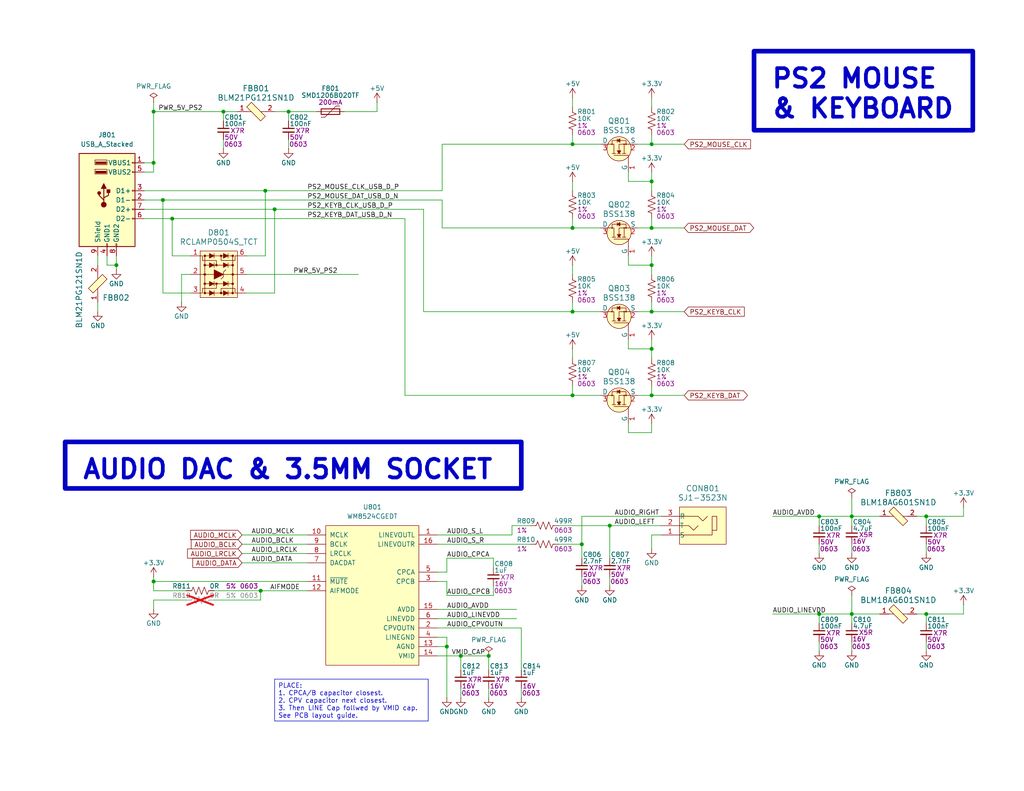
<source format=kicad_sch>
(kicad_sch (version 20231120) (generator "eeschema") (generator_version "8.0")
  (paper "A")
  (title_block (title "PETER") (date "2024-07-29") (rev "0.0") (company "Denno Wiggle") (comment 1 "Audio DAC and PS2 Keyboard & Mouse Interface."))
  (lib_symbols
    (symbol "BSS138_2" (pin_names (offset 0))
      (property "Reference" "Q" (at -2.6924 3.6322 0))
      (property "Value" "BSS138" (at 3.4544 0 90))
      (symbol "BSS138_2_1_1"
        (pin input line (at -7.62 -2.54 0) (length 2.54) (name "G") (number "1"))
        (pin bidirectional line (at 0 -5.08 90) (length 2.54) (name "S") (number "2"))
        (pin bidirectional line (at 0 5.08 270) (length 2.54) (name "D") (number "3"))
      )
    )
    (symbol "Connector:USB_A_Stacked" (pin_names (offset 1.016))
      (property "Reference" "J" (at 0 15.875 0))
      (property "Value" "USB_A_Stacked" (at 0 13.97 0))
      (symbol "USB_A_Stacked_1_1"
        (pin power_in line (at 10.16 10.16 180) (length 2.54) (name "VBUS1") (number "1"))
        (pin bidirectional line (at 10.16 0 180) (length 2.54) (name "D1-") (number "2"))
        (pin bidirectional line (at 10.16 2.54 180) (length 2.54) (name "D1+") (number "3"))
        (pin power_in line (at 0 -15.24 90) (length 2.54) (name "GND1") (number "4"))
        (pin power_in line (at 10.16 7.62 180) (length 2.54) (name "VBUS2") (number "5"))
        (pin bidirectional line (at 10.16 -5.08 180) (length 2.54) (name "D2-") (number "6"))
        (pin bidirectional line (at 10.16 -2.54 180) (length 2.54) (name "D2+") (number "7"))
        (pin power_in line (at 2.54 -15.24 90) (length 2.54) (name "GND2") (number "8"))
        (pin passive line (at -2.54 -15.24 90) (length 2.54) (name "Shield") (number "9"))
      )
    )
    (symbol "Device:Polyfuse" (pin_numbers hide) (pin_names (offset 0))
      (property "Reference" "F" (at -2.54 0 90))
      (property "Value" "Polyfuse" (at 2.54 0 90))
      (symbol "Polyfuse_1_1"
        (pin passive line (at 0 3.81 270) (length 1.27) (name "~") (number "1"))
        (pin passive line (at 0 -3.81 90) (length 1.27) (name "~") (number "2"))
      )
    )
    (symbol "WTM:C_100nF_X7R_16V_0805H" (pin_numbers hide) (pin_names (offset 0) hide)
      (property "Reference" "C" (at 0.254 3.556 0))
      (property "Value" "100nF" (at 0.254 1.778 0))
      (property "Dielectric" "X7R" (at 1.905 -0.127 0))
      (property "Voltage" "16V" (at 0.254 -1.905 0))
      (property "Footprint2" "0805H" (at 0.127 -3.81 0))
      (symbol "C_100nF_X7R_16V_0805H_1_1"
        (pin passive line (at 0 2.54 270) (length 2.032) (name "~") (number "1"))
        (pin passive line (at 0 -2.54 90) (length 2.032) (name "~") (number "2"))
      )
    )
    (symbol "WTM:C_10uF_X5R_16V_0805H" (pin_numbers hide) (pin_names (offset 0.254) hide)
      (property "Reference" "C206" (at 0.254 3.556 0))
      (property "Value" "10uF" (at 0.254 1.778 0))
      (property "Dielectric" "X5R" (at 1.905 0.762 0))
      (property "Voltage" "16V" (at 0.127 -1.016 0))
      (property "Footprint2" "0805H" (at 3.302 -3.81 0))
      (symbol "C_10uF_X5R_16V_0805H_1_1"
        (pin passive line (at 0 2.54 270) (length 2.032) (name "~") (number "1"))
        (pin passive line (at 0 -2.54 90) (length 2.032) (name "~") (number "2"))
      )
    )
    (symbol "WTM:RCLAMP0504S_TCT" (pin_names (offset 1.016))
      (property "Reference" "D1001" (at 0 11.43 0))
      (property "Value" "RCLAMP0504S_TCT" (at 0 8.89 0))
      (symbol "RCLAMP0504S_TCT_1_1"
        (pin passive line (at -7.62 5.08 0) (length 2.54) (name "~") (number "1"))
        (pin passive line (at -7.62 0 0) (length 2.54) (name "~") (number "2"))
        (pin passive line (at -7.62 -5.08 0) (length 2.54) (name "~") (number "3"))
        (pin passive line (at 7.62 -5.08 180) (length 2.54) (name "~") (number "4"))
        (pin passive line (at 7.62 0 180) (length 2.54) (name "~") (number "5"))
        (pin passive line (at 7.62 5.08 180) (length 2.54) (name "~") (number "6"))
      )
    )
    (symbol "WTM:R_10K_5%_0805H" (pin_numbers hide) (pin_names (offset 0))
      (property "Reference" "R515" (at 1.27 2.54 0))
      (property "Value" "10K" (at 1.27 0.635 0))
      (property "Tolerance" "5%" (at 1.27 -1.27 0))
      (property "Footprint2" "0805H" (at 0 -3.175 0))
      (symbol "R_10K_5%_0805H_1_1"
        (pin passive line (at 0 3.81 270) (length 1.27) (name "~") (number "1"))
        (pin passive line (at 0 -3.81 90) (length 1.27) (name "~") (number "2"))
      )
    )
    (symbol "WTM:R_33R_5%_0805H_Horizontal1" (pin_numbers hide) (pin_names (offset 0))
      (property "Reference" "R" (at -7.62 1.27 0))
      (property "Value" "33R" (at 2.54 1.27 0))
      (property "Tolerance" "5%" (at 2.54 -1.27 0))
      (property "Footprint2" "0805H" (at -8.89 -1.27 0))
      (symbol "R_33R_5%_0805H_Horizontal1_1_1"
        (pin passive line (at -3.81 0 0) (length 1.27) (name "~") (number "1"))
        (pin passive line (at 3.81 0 180) (length 1.27) (name "~") (number "2"))
      )
    )
    (symbol "WTM:WM8524CGEDT" (pin_names (offset 1.016))
      (property "Reference" "U601" (at 0 3.175 0))
      (property "Value" "WM8524CGEDT" (at 0 1.27 0))
      (symbol "WM8524CGEDT_1_1"
        (pin output line (at 30.48 -2.54 180) (length 5.08) (name "LINEVOUTL") (number "1"))
        (pin input line (at -5.08 -2.54 0) (length 5.08) (name "MCLK") (number "10"))
        (pin input line (at -5.08 -15.24 0) (length 5.08) (name "~{MUTE}") (number "11"))
        (pin input line (at -5.08 -17.78 0) (length 5.08) (name "AIFMODE") (number "12"))
        (pin power_in line (at 30.48 -33.02 180) (length 5.08) (name "AGND") (number "13"))
        (pin power_in line (at 30.48 -35.56 180) (length 5.08) (name "VMID") (number "14"))
        (pin power_in line (at 30.48 -22.86 180) (length 5.08) (name "AVDD") (number "15"))
        (pin output line (at 30.48 -5.08 180) (length 5.08) (name "LINEVOUTR") (number "16"))
        (pin power_out line (at 30.48 -27.94 180) (length 5.08) (name "CPVOUTN") (number "2"))
        (pin passive line (at 30.48 -15.24 180) (length 5.08) (name "CPCB") (number "3"))
        (pin power_in line (at 30.48 -30.48 180) (length 5.08) (name "LINEGND") (number "4"))
        (pin passive line (at 30.48 -12.7 180) (length 5.08) (name "CPCA") (number "5"))
        (pin power_in line (at 30.48 -25.4 180) (length 5.08) (name "LINEVDD") (number "6"))
        (pin input line (at -5.08 -10.16 0) (length 5.08) (name "DACDAT") (number "7"))
        (pin input line (at -5.08 -7.62 0) (length 5.08) (name "LRCLK") (number "8"))
        (pin input line (at -5.08 -5.08 0) (length 5.08) (name "BCLK") (number "9"))
      )
    )
    (symbol "dk_Barrel-Audio-Connectors:SJ1-3523N" (pin_names (offset 0.0508))
      (property "Reference" "CON" (at -7.62 6.35 0))
      (property "Value" "SJ1-3523N" (at -1.27 -6.35 0))
      (symbol "SJ1-3523N_1_1"
        (pin passive line (at 10.16 -2.54 180) (length 5.08) (name "S") (number "1"))
        (pin passive line (at 10.16 0 180) (length 5.08) (name "T") (number "2"))
        (pin passive line (at 10.16 2.54 180) (length 5.08) (name "R") (number "3"))
      )
    )
    (symbol "dk_Ferrite-Beads-and-Chips:BLM18AG601SN1D" (pin_names (offset 1.016))
      (property "Reference" "FB" (at -2.54 3.81 0))
      (property "Value" "BLM18AG601SN1D" (at 0 -3.81 0))
      (symbol "BLM18AG601SN1D_1_1"
        (pin passive line (at -5.08 0 0) (length 2.54) (name "~") (number "1"))
        (pin passive line (at 5.08 0 180) (length 2.54) (name "~") (number "2"))
      )
    )
    (symbol "dk_Transistors-FETs-MOSFETs-Single:BSS138" (pin_names (offset 0))
      (property "Reference" "Q" (at -2.6924 3.6322 0))
      (property "Value" "BSS138" (at 3.4544 0 90))
      (symbol "BSS138_1_1"
        (pin input line (at -7.62 -2.54 0) (length 2.54) (name "G") (number "1"))
        (pin bidirectional line (at 0 -5.08 90) (length 2.54) (name "S") (number "2"))
        (pin bidirectional line (at 0 5.08 270) (length 2.54) (name "D") (number "3"))
      )
    )
    (symbol "power:+3.3V" (power) (pin_numbers hide) (pin_names (offset 0) hide)
      (property "Value" "+3.3V" (at 0 3.556 0))
      (symbol "+3.3V_1_1"
        (pin power_in line (at 0 0 90) (length 0) (name "~") (number "1"))
      )
    )
    (symbol "power:+5V" (power) (pin_numbers hide) (pin_names (offset 0) hide)
      (property "Value" "+5V" (at 0 3.556 0))
      (symbol "+5V_1_1"
        (pin power_in line (at 0 0 90) (length 0) (name "~") (number "1"))
      )
    )
    (symbol "power:GND" (power) (pin_numbers hide) (pin_names (offset 0) hide)
      (property "Value" "GND" (at 0 -3.81 0))
      (symbol "GND_1_1"
        (pin power_in line (at 0 0 270) (length 0) (name "~") (number "1"))
      )
    )
    (symbol "power:PWR_FLAG" (power) (pin_numbers hide) (pin_names (offset 0) hide)
      (property "Value" "PWR_FLAG" (at 0 3.81 0))
      (symbol "PWR_FLAG_0_0"
        (pin power_out line (at 0 0 90) (length 0) (name "~") (number "1"))
      )
    )
  )
  (junction (at 177.8 49.53))
  (junction (at 31.75 72.39))
  (junction (at 125.73 179.07))
  (junction (at 177.8 107.95))
  (junction (at 71.12 161.29))
  (junction (at 156.21 85.09))
  (junction (at 121.92 176.53))
  (junction (at 252.73 167.64))
  (junction (at 41.91 30.48))
  (junction (at 74.93 57.15))
  (junction (at 46.99 59.69))
  (junction (at 177.8 85.09))
  (junction (at 156.21 39.37))
  (junction (at 232.41 167.64))
  (junction (at 41.91 158.75))
  (junction (at 156.21 107.95))
  (junction (at 44.45 54.61))
  (junction (at 177.8 62.23))
  (junction (at 78.74 30.48))
  (junction (at 177.8 95.25))
  (junction (at 133.35 179.07))
  (junction (at 166.37 143.51))
  (junction (at 41.91 44.45))
  (junction (at 158.75 148.59))
  (junction (at 156.21 62.23))
  (junction (at 232.41 140.97))
  (junction (at 223.52 140.97))
  (junction (at 177.8 72.39))
  (junction (at 72.39 52.07))
  (junction (at 223.52 167.64))
  (junction (at 177.8 39.37))
  (junction (at 60.96 30.48))
  (junction (at 252.73 140.97))
  (wire (pts (xy 177.8 82.55) (xy 177.8 85.09)))
  (wire (pts (xy 142.24 182.88) (xy 142.24 171.45)))
  (wire (pts (xy 156.21 82.55) (xy 156.21 85.09)))
  (wire (pts (xy 142.24 171.45) (xy 119.38 171.45)))
  (wire (pts (xy 156.21 39.37) (xy 163.83 39.37)))
  (wire (pts (xy 177.8 92.71) (xy 177.8 95.25)))
  (wire (pts (xy 158.75 160.02) (xy 158.75 157.48)))
  (wire (pts (xy 156.21 95.25) (xy 156.21 97.79)))
  (wire (pts (xy 74.93 57.15) (xy 115.57 57.15)))
  (wire (pts (xy 39.37 54.61) (xy 44.45 54.61)))
  (wire (pts (xy 67.31 74.93) (xy 97.79 74.93)))
  (wire (pts (xy 71.12 163.83) (xy 58.42 163.83)))
  (wire (pts (xy 71.12 161.29) (xy 83.82 161.29)))
  (wire (pts (xy 41.91 163.83) (xy 41.91 166.37)))
  (wire (pts (xy 67.31 69.85) (xy 72.39 69.85)))
  (wire (pts (xy 39.37 57.15) (xy 74.93 57.15)))
  (wire (pts (xy 39.37 59.69) (xy 46.99 59.69)))
  (wire (pts (xy 119.38 176.53) (xy 121.92 176.53)))
  (wire (pts (xy 66.04 148.59) (xy 83.82 148.59)))
  (wire (pts (xy 223.52 167.64) (xy 232.41 167.64)))
  (wire (pts (xy 110.49 107.95) (xy 156.21 107.95)))
  (wire (pts (xy 232.41 140.97) (xy 240.03 140.97)))
  (wire (pts (xy 52.07 80.01) (xy 44.45 80.01)))
  (wire (pts (xy 66.04 153.67) (xy 83.82 153.67)))
  (wire (pts (xy 133.35 187.96) (xy 133.35 190.5)))
  (wire (pts (xy 177.8 36.83) (xy 177.8 39.37)))
  (wire (pts (xy 121.92 152.4) (xy 134.62 152.4)))
  (wire (pts (xy 177.8 105.41) (xy 177.8 107.95)))
  (wire (pts (xy 125.73 179.07) (xy 133.35 179.07)))
  (wire (pts (xy 49.53 74.93) (xy 52.07 74.93)))
  (wire (pts (xy 232.41 177.8) (xy 232.41 175.26)))
  (wire (pts (xy 252.73 167.64) (xy 250.19 167.64)))
  (wire (pts (xy 41.91 30.48) (xy 41.91 44.45)))
  (wire (pts (xy 78.74 30.48) (xy 78.74 33.02)))
  (wire (pts (xy 232.41 140.97) (xy 232.41 143.51)))
  (wire (pts (xy 177.8 85.09) (xy 173.99 85.09)))
  (wire (pts (xy 177.8 72.39) (xy 171.45 72.39)))
  (wire (pts (xy 46.99 59.69) (xy 110.49 59.69)))
  (wire (pts (xy 72.39 52.07) (xy 72.39 69.85)))
  (wire (pts (xy 177.8 26.67) (xy 177.8 29.21)))
  (wire (pts (xy 39.37 52.07) (xy 72.39 52.07)))
  (wire (pts (xy 177.8 72.39) (xy 177.8 74.93)))
  (wire (pts (xy 71.12 161.29) (xy 71.12 163.83)))
  (wire (pts (xy 121.92 156.21) (xy 121.92 152.4)))
  (wire (pts (xy 115.57 57.15) (xy 115.57 85.09)))
  (wire (pts (xy 78.74 30.48) (xy 74.93 30.48)))
  (wire (pts (xy 232.41 167.64) (xy 240.03 167.64)))
  (wire (pts (xy 142.24 187.96) (xy 142.24 190.5)))
  (wire (pts (xy 41.91 161.29) (xy 50.8 161.29)))
  (wire (pts (xy 177.8 69.85) (xy 177.8 72.39)))
  (wire (pts (xy 41.91 157.48) (xy 41.91 158.75)))
  (wire (pts (xy 177.8 39.37) (xy 173.99 39.37)))
  (wire (pts (xy 29.21 69.85) (xy 29.21 72.39)))
  (wire (pts (xy 120.65 52.07) (xy 120.65 39.37)))
  (wire (pts (xy 262.89 140.97) (xy 252.73 140.97)))
  (wire (pts (xy 232.41 151.13) (xy 232.41 148.59)))
  (wire (pts (xy 223.52 151.13) (xy 223.52 148.59)))
  (wire (pts (xy 41.91 27.94) (xy 41.91 30.48)))
  (wire (pts (xy 262.89 167.64) (xy 252.73 167.64)))
  (wire (pts (xy 74.93 80.01) (xy 67.31 80.01)))
  (wire (pts (xy 223.52 177.8) (xy 223.52 175.26)))
  (wire (pts (xy 120.65 54.61) (xy 120.65 62.23)))
  (wire (pts (xy 232.41 162.56) (xy 232.41 167.64)))
  (wire (pts (xy 102.87 30.48) (xy 93.98 30.48)))
  (wire (pts (xy 52.07 69.85) (xy 46.99 69.85)))
  (wire (pts (xy 252.73 177.8) (xy 252.73 175.26)))
  (wire (pts (xy 66.04 151.13) (xy 83.82 151.13)))
  (wire (pts (xy 110.49 59.69) (xy 110.49 107.95)))
  (wire (pts (xy 60.96 30.48) (xy 60.96 33.02)))
  (wire (pts (xy 125.73 179.07) (xy 125.73 182.88)))
  (wire (pts (xy 158.75 140.97) (xy 158.75 148.59)))
  (wire (pts (xy 78.74 30.48) (xy 86.36 30.48)))
  (wire (pts (xy 156.21 105.41) (xy 156.21 107.95)))
  (wire (pts (xy 119.38 168.91) (xy 140.97 168.91)))
  (wire (pts (xy 156.21 62.23) (xy 163.83 62.23)))
  (wire (pts (xy 115.57 85.09) (xy 156.21 85.09)))
  (wire (pts (xy 121.92 173.99) (xy 121.92 176.53)))
  (wire (pts (xy 158.75 148.59) (xy 152.4 148.59)))
  (wire (pts (xy 177.8 62.23) (xy 186.69 62.23)))
  (wire (pts (xy 156.21 59.69) (xy 156.21 62.23)))
  (wire (pts (xy 121.92 176.53) (xy 121.92 190.5)))
  (wire (pts (xy 46.99 69.85) (xy 46.99 59.69)))
  (wire (pts (xy 166.37 143.51) (xy 166.37 152.4)))
  (wire (pts (xy 134.62 160.02) (xy 134.62 162.56)))
  (wire (pts (xy 41.91 46.99) (xy 41.91 44.45)))
  (wire (pts (xy 119.38 179.07) (xy 125.73 179.07)))
  (wire (pts (xy 41.91 30.48) (xy 60.96 30.48)))
  (wire (pts (xy 120.65 39.37) (xy 156.21 39.37)))
  (wire (pts (xy 156.21 49.53) (xy 156.21 52.07)))
  (wire (pts (xy 60.96 30.48) (xy 64.77 30.48)))
  (wire (pts (xy 60.96 38.1) (xy 60.96 40.64)))
  (wire (pts (xy 26.67 69.85) (xy 26.67 72.39)))
  (wire (pts (xy 26.67 82.55) (xy 26.67 85.09)))
  (wire (pts (xy 223.52 140.97) (xy 223.52 143.51)))
  (wire (pts (xy 262.89 165.1) (xy 262.89 167.64)))
  (wire (pts (xy 119.38 148.59) (xy 144.78 148.59)))
  (wire (pts (xy 41.91 158.75) (xy 41.91 161.29)))
  (wire (pts (xy 121.92 162.56) (xy 121.92 158.75)))
  (wire (pts (xy 41.91 158.75) (xy 83.82 158.75)))
  (wire (pts (xy 49.53 82.55) (xy 49.53 74.93)))
  (wire (pts (xy 223.52 167.64) (xy 223.52 170.18)))
  (wire (pts (xy 210.82 140.97) (xy 223.52 140.97)))
  (wire (pts (xy 119.38 156.21) (xy 121.92 156.21)))
  (wire (pts (xy 177.8 46.99) (xy 177.8 49.53)))
  (wire (pts (xy 171.45 95.25) (xy 171.45 92.71)))
  (wire (pts (xy 166.37 143.51) (xy 152.4 143.51)))
  (wire (pts (xy 78.74 40.64) (xy 78.74 38.1)))
  (wire (pts (xy 66.04 146.05) (xy 83.82 146.05)))
  (wire (pts (xy 134.62 152.4) (xy 134.62 154.94)))
  (wire (pts (xy 156.21 36.83) (xy 156.21 39.37)))
  (wire (pts (xy 180.34 140.97) (xy 158.75 140.97)))
  (wire (pts (xy 156.21 26.67) (xy 156.21 29.21)))
  (wire (pts (xy 156.21 85.09) (xy 163.83 85.09)))
  (wire (pts (xy 171.45 49.53) (xy 171.45 46.99)))
  (wire (pts (xy 139.7 143.51) (xy 144.78 143.51)))
  (wire (pts (xy 125.73 187.96) (xy 125.73 190.5)))
  (wire (pts (xy 177.8 59.69) (xy 177.8 62.23)))
  (wire (pts (xy 252.73 140.97) (xy 250.19 140.97)))
  (wire (pts (xy 29.21 72.39) (xy 31.75 72.39)))
  (wire (pts (xy 177.8 49.53) (xy 177.8 52.07)))
  (wire (pts (xy 177.8 62.23) (xy 173.99 62.23)))
  (wire (pts (xy 58.42 161.29) (xy 71.12 161.29)))
  (wire (pts (xy 180.34 146.05) (xy 177.8 146.05)))
  (wire (pts (xy 39.37 46.99) (xy 41.91 46.99)))
  (wire (pts (xy 31.75 69.85) (xy 31.75 72.39)))
  (wire (pts (xy 177.8 107.95) (xy 173.99 107.95)))
  (wire (pts (xy 166.37 143.51) (xy 180.34 143.51)))
  (wire (pts (xy 133.35 179.07) (xy 133.35 182.88)))
  (wire (pts (xy 158.75 148.59) (xy 158.75 152.4)))
  (wire (pts (xy 44.45 54.61) (xy 44.45 80.01)))
  (wire (pts (xy 134.62 162.56) (xy 121.92 162.56)))
  (wire (pts (xy 171.45 118.11) (xy 171.45 115.57)))
  (wire (pts (xy 177.8 95.25) (xy 177.8 97.79)))
  (wire (pts (xy 177.8 95.25) (xy 171.45 95.25)))
  (wire (pts (xy 223.52 140.97) (xy 232.41 140.97)))
  (wire (pts (xy 74.93 57.15) (xy 74.93 80.01)))
  (wire (pts (xy 177.8 85.09) (xy 186.69 85.09)))
  (wire (pts (xy 171.45 72.39) (xy 171.45 69.85)))
  (wire (pts (xy 177.8 115.57) (xy 177.8 118.11)))
  (wire (pts (xy 44.45 54.61) (xy 120.65 54.61)))
  (wire (pts (xy 31.75 72.39) (xy 31.75 73.66)))
  (wire (pts (xy 166.37 160.02) (xy 166.37 157.48)))
  (wire (pts (xy 156.21 72.39) (xy 156.21 74.93)))
  (wire (pts (xy 177.8 107.95) (xy 186.69 107.95)))
  (wire (pts (xy 119.38 166.37) (xy 140.97 166.37)))
  (wire (pts (xy 50.8 163.83) (xy 41.91 163.83)))
  (wire (pts (xy 252.73 167.64) (xy 252.73 170.18)))
  (wire (pts (xy 252.73 140.97) (xy 252.73 143.51)))
  (wire (pts (xy 139.7 146.05) (xy 119.38 146.05)))
  (wire (pts (xy 139.7 143.51) (xy 139.7 146.05)))
  (wire (pts (xy 177.8 39.37) (xy 186.69 39.37)))
  (wire (pts (xy 232.41 167.64) (xy 232.41 170.18)))
  (wire (pts (xy 210.82 167.64) (xy 223.52 167.64)))
  (wire (pts (xy 121.92 173.99) (xy 119.38 173.99)))
  (wire (pts (xy 156.21 107.95) (xy 163.83 107.95)))
  (wire (pts (xy 72.39 52.07) (xy 120.65 52.07)))
  (wire (pts (xy 177.8 146.05) (xy 177.8 149.86)))
  (wire (pts (xy 102.87 27.94) (xy 102.87 30.48)))
  (wire (pts (xy 177.8 118.11) (xy 171.45 118.11)))
  (wire (pts (xy 177.8 49.53) (xy 171.45 49.53)))
  (wire (pts (xy 39.37 44.45) (xy 41.91 44.45)))
  (wire (pts (xy 262.89 138.43) (xy 262.89 140.97)))
  (wire (pts (xy 252.73 151.13) (xy 252.73 148.59)))
  (wire (pts (xy 120.65 62.23) (xy 156.21 62.23)))
  (wire (pts (xy 232.41 135.89) (xy 232.41 140.97)))
  (wire (pts (xy 119.38 158.75) (xy 121.92 158.75)))
  (text_box "PLACE:\n1. CPCA/B capacitor closest.\n2. CPV capacitor next closest.\n3. Then LINE Cap follwed by VMID cap.\nSee PCB layout guide." (at 74.93 185.42 0) (size 41.91 11.43) (effects (font (size 1.27 1.27)) (justify left top)))
  (text_box "PS2 MOUSE\n& KEYBOARD" (at 205.74 13.97 0) (size 59.69 21.59) (stroke (width 1.27)) (effects (font (size 5.08 5.08) (thickness 1.016) (bold yes)) (justify left top)))
  (text_box "AUDIO DAC & 3.5MM SOCKET\n" (at 17.78 120.65 0) (size 124.46 12.7) (stroke (width 1.27)) (effects (font (size 5.08 5.08) (thickness 1.016) (bold yes)) (justify left top)))
  (label "PWR_5V_PS2" (at 80.01 74.93 0))
  (label "AUDIO_LINEVDD" (at 121.92 168.91 0))
  (label "AUDIO_BCLK" (at 68.58 148.59 0))
  (label "AUDIO_LEFT" (at 167.64 143.51 0))
  (label "AUDIO_S_L" (at 121.92 146.05 0))
  (label "PS2_KEYB_DAT_USB_D_N" (at 83.82 59.69 0))
  (label "PWR_5V_PS2" (at 43.18 30.48 0))
  (label "AIFMODE" (at 73.66 161.29 0))
  (label "VMID_CAP" (at 123.19 179.07 0))
  (label "PS2_KEYB_CLK_USB_D_P" (at 83.82 57.15 0))
  (label "AUDIO_DATA" (at 68.58 153.67 0))
  (label "AUDIO_LINEVDD" (at 210.82 167.64 0))
  (label "AUDIO_CPVOUTN" (at 121.92 171.45 0))
  (label "AUDIO_AVDD" (at 121.92 166.37 0))
  (label "PS2_MOUSE_DAT_USB_D_N" (at 83.82 54.61 0))
  (label "AUDIO_LRCLK" (at 68.58 151.13 0))
  (label "AUDIO_AVDD" (at 210.82 140.97 0))
  (label "AUDIO_RIGHT" (at 167.64 140.97 0))
  (label "AUDIO_CPCB" (at 121.92 162.56 0))
  (label "PS2_MOUSE_CLK_USB_D_P" (at 83.82 52.07 0))
  (label "AUDIO_S_R" (at 121.92 148.59 0))
  (label "AUDIO_CPCA" (at 121.92 152.4 0))
  (label "AUDIO_MCLK" (at 68.58 146.05 0))
  (global_label "AUDIO_LRCLK" (shape input) (at 66.04 151.13 180) (property "Intersheetrefs" "${INTERSHEET_REFS}" (at 50.8698 151.13 0) (effects (justify right))))
  (global_label "AUDIO_DATA" (shape input) (at 66.04 153.67 180) (property "Intersheetrefs" "${INTERSHEET_REFS}" (at 52.07 153.67 0) (effects (justify right))))
  (global_label "PS2_MOUSE_CLK" (shape input) (at 186.69 39.37 0) (property "Intersheetrefs" "${INTERSHEET_REFS}" (at 205.0652 39.37 0) (effects (justify left))))
  (global_label "AUDIO_BCLK" (shape input) (at 66.04 148.59 180) (property "Intersheetrefs" "${INTERSHEET_REFS}" (at 51.8979 148.59 0) (effects (justify right))))
  (global_label "AUDIO_MCLK" (shape input) (at 66.04 146.05 180) (property "Intersheetrefs" "${INTERSHEET_REFS}" (at 51.7165 146.05 0) (effects (justify right))))
  (global_label "PS2_KEYB_DAT" (shape bidirectional) (at 186.69 107.95 0) (property "Intersheetrefs" "${INTERSHEET_REFS}" (at 204.2095 107.95 0) (effects (justify left))))
  (global_label "PS2_MOUSE_DAT" (shape bidirectional) (at 186.69 62.23 0) (property "Intersheetrefs" "${INTERSHEET_REFS}" (at 205.9028 62.23 0) (effects (justify left))))
  (global_label "PS2_KEYB_CLK" (shape input) (at 186.69 85.09 0) (property "Intersheetrefs" "${INTERSHEET_REFS}" (at 203.3719 85.09 0) (effects (justify left))))
  (symbol (lib_id "power:GND") (at 41.91 166.37 0) (unit 1)
    (property "Reference" "#PWR0826" (effects (hide yes)))
    (property "Value" "GND" (at 41.91 170.18 0))
  )
  (symbol (lib_id "power:+3.3V") (at 41.91 157.48 0) (unit 1)
    (property "Reference" "#PWR0822" (effects (hide yes)))
    (property "Value" "+3.3V" (at 41.91 153.67 0))
  )
  (symbol (lib_id "WTM:R_10K_5%_0805H") (at 156.21 101.6 0) (unit 1)
    (property "Reference" "R807" (at 157.48 99.06 0) (effects (justify left)))
    (property "Value" "10K" (at 157.48 100.965 0) (effects (justify left)))
    (property "Footprint" "Resistor_SMD:R_0603_1608Metric" (effects (hide yes)))
    (property "Datasheet" "https://www.yageo.com/upload/media/product/productsearch/datasheet/rchip/PYu-RC_Group_51_RoHS_L_12.pdf" (effects (hide yes)))
    (property "Description" "RES 10K OHM 1% 1/10W 0603" (effects (hide yes)))
    (property "Tolerance" "1%" (at 157.48 102.87 0) (effects (justify left)))
    (property "Footprint2" "0603" (at 157.48 104.775 0) (effects (justify left)))
    (property "MPN" "RC0603FR-0710KL" (effects (hide yes)))
    (property "Manufacturer" "Yaego" (effects (hide yes)))
    (property "Digikey" "311-10.0KHRCT-ND" (effects (hide yes)))
    (property "LCSC Part #" "C98220" (effects (hide yes)))
  )
  (symbol (lib_id "WTM:R_33R_5%_0805H_Horizontal1") (at 54.61 161.29 0) (unit 1)
    (property "Reference" "R811" (at 46.99 160.02 0) (effects (justify left)))
    (property "Value" "0R" (at 57.15 160.02 0) (effects (justify left)))
    (property "Footprint" "Resistor_SMD:R_0603_1608Metric_Pad0.98x0.95mm_HandSolder" (effects (hide yes)))
    (property "Datasheet" "https://www.yageo.com/upload/media/product/productsearch/datasheet/rchip/PYu-RC_Group_51_RoHS_L_12.pdf" (effects (hide yes)))
    (property "Description" "RES 0 OHM 5% 1/10W 0603" (effects (hide yes)))
    (property "Tolerance" "5%" (at 61.595 160.02 0) (effects (justify left)))
    (property "Footprint2" "0603" (at 65.405 160.02 0) (effects (justify left)))
    (property "MPN" "RC0603JR-070RL" (effects (hide yes)))
    (property "Manufacturer" "Yaego" (effects (hide yes)))
    (property "Digikey" "311-0.0GRCT-ND" (effects (hide yes)))
    (property "LCSC Part #" "C95177" (effects (hide yes)))
  )
  (symbol (lib_id "WTM:C_100nF_X7R_16V_0805H") (at 142.24 185.42 0) (unit 1)
    (property "Reference" "C814" (at 142.494 181.864 0) (effects (justify left)))
    (property "Value" "1uF" (at 142.494 183.642 0) (effects (justify left)))
    (property "Footprint" "Capacitor_SMD:C_0603_1608Metric" (effects (hide yes)))
    (property "Datasheet" "https://www.yageo.com/upload/media/product/productsearch/datasheet/mlcc/UPY-GPHC_X7R_6.3V-to-250V_24.pdf" (effects (hide yes)))
    (property "Description" "CAP CER 1UF 16V X7R 0603" (effects (hide yes)))
    (property "Digikey" "311-1446-1-ND" (effects (hide yes)))
    (property "Dielectric" "X7R" (effects (hide yes)))
    (property "Voltage" "16V" (at 142.494 187.325 0) (effects (justify left)))
    (property "MPN" "CC0603KRX7R7BB105" (effects (hide yes)))
    (property "Manufacturer" "YAGEO" (effects (hide yes)))
    (property "Footprint2" "0603" (at 142.367 189.23 0) (effects (justify left)))
    (property "Tolerance" "10%" (effects (hide yes)))
    (property "LCSC Part #" "C106248" (effects (hide yes)))
  )
  (symbol (lib_id "power:GND") (at 142.24 190.5 0) (unit 1)
    (property "Reference" "#PWR0833" (effects (hide yes)))
    (property "Value" "GND" (at 142.24 194.31 0))
  )
  (symbol (lib_id "WTM:R_33R_5%_0805H_Horizontal1") (at 54.61 163.83 0) (unit 1) (dnp yes)
    (property "Reference" "R812" (at 46.99 162.56 0) (effects (justify left)))
    (property "Value" "0R" (at 57.15 162.56 0) (effects (justify left)))
    (property "Footprint" "Resistor_SMD:R_0603_1608Metric_Pad0.98x0.95mm_HandSolder" (effects (hide yes)))
    (property "Datasheet" "https://www.yageo.com/upload/media/product/productsearch/datasheet/rchip/PYu-RC_Group_51_RoHS_L_12.pdf" (effects (hide yes)))
    (property "Description" "RES 0 OHM 5% 1/10W 0603" (effects (hide yes)))
    (property "Tolerance" "5%" (at 61.595 162.56 0) (effects (justify left)))
    (property "Footprint2" "0603" (at 65.405 162.56 0) (effects (justify left)))
    (property "MPN" "RC0603JR-070RL" (effects (hide yes)))
    (property "Manufacturer" "Yaego" (effects (hide yes)))
    (property "Digikey" "311-0.0GRCT-ND" (effects (hide yes)))
    (property "LCSC Part #" "C95177" (effects (hide yes)))
  )
  (symbol (lib_id "power:+3.3V") (at 177.8 115.57 0) (unit 1)
    (property "Reference" "#PWR0816" (effects (hide yes)))
    (property "Value" "+3.3V" (at 177.8 111.76 0))
  )
  (symbol (lib_id "power:GND") (at 60.96 40.64 0) (unit 1)
    (property "Reference" "#PWR0804" (effects (hide yes)))
    (property "Value" "GND" (at 60.96 44.45 0))
  )
  (symbol (lib_id "dk_Barrel-Audio-Connectors:SJ1-3523N") (at 190.5 143.51 0) (mirror y) (unit 1)
    (property "Reference" "CON801" (at 191.77 133.35 0) (effects (font (size 1.524 1.524))))
    (property "Value" "SJ1-3523N" (at 191.77 135.89 0) (effects (font (size 1.524 1.524))))
    (property "Footprint" "WTM_Library:Headphone_Jack_3.5mm_SJ1-3523N" (effects (hide yes)))
    (property "Datasheet" "https://www.cui.com/product/resource/digikeypdf/sj1-352xn_series.pdf" (effects (hide yes)))
    (property "Description" "CONN JACK STEREO 3.5MM R/A" (effects (hide yes)))
    (property "Digikey" "CP1-3523N-ND" (effects (hide yes)))
    (property "MPN" "SJ1-3523N" (effects (hide yes)))
    (property "Category" "Connectors, Interconnects" (effects (hide yes)))
    (property "Family" "Barrel - Audio Connectors" (effects (hide yes)))
    (property "DK_Datasheet_Link" "https://www.cui.com/product/resource/digikeypdf/sj1-352xn_series.pdf" (effects (hide yes)))
    (property "DK_Detail_Page" "/product-detail/en/cui-inc/SJ1-3523N/CP1-3523N-ND/738689" (effects (hide yes)))
    (property "Manufacturer" "CUI Inc." (effects (hide yes)))
    (property "Status" "Active" (effects (hide yes)))
  )
  (symbol (lib_id "WTM:C_100nF_X7R_16V_0805H") (at 223.52 172.72 0) (unit 1)
    (property "Reference" "C809" (at 223.774 169.164 0) (effects (justify left)))
    (property "Value" "100nF" (at 223.774 170.942 0) (effects (justify left)))
    (property "Footprint" "Capacitor_SMD:C_0603_1608Metric" (effects (hide yes)))
    (property "Datasheet" "https://www.yageo.com/upload/media/product/productsearch/datasheet/mlcc/UPY-GPHC_X7R_6.3V-to-250V_22.pdf" (effects (hide yes)))
    (property "Description" "CAP CER 0.1UF 50V X7R 0603" (effects (hide yes)))
    (property "Digikey" "311-1344-1-ND" (effects (hide yes)))
    (property "Dielectric" "X7R" (at 225.425 172.847 0) (effects (justify left)))
    (property "Voltage" "50V" (at 223.774 174.625 0) (effects (justify left)))
    (property "MPN" "CC0603KRX7R9BB104" (effects (hide yes)))
    (property "Manufacturer" "YAGEO" (effects (hide yes)))
    (property "Footprint2" "0603" (at 223.647 176.53 0) (effects (justify left)))
    (property "Tolerance" "10%" (effects (hide yes)))
    (property "LCSC Part #" "C14663" (effects (hide yes)))
  )
  (symbol (lib_id "WTM:C_100nF_X7R_16V_0805H") (at 252.73 172.72 0) (unit 1)
    (property "Reference" "C811" (at 252.984 169.164 0) (effects (justify left)))
    (property "Value" "100nF" (at 252.984 170.942 0) (effects (justify left)))
    (property "Footprint" "Capacitor_SMD:C_0603_1608Metric" (effects (hide yes)))
    (property "Datasheet" "https://www.yageo.com/upload/media/product/productsearch/datasheet/mlcc/UPY-GPHC_X7R_6.3V-to-250V_22.pdf" (effects (hide yes)))
    (property "Description" "CAP CER 0.1UF 50V X7R 0603" (effects (hide yes)))
    (property "Digikey" "311-1344-1-ND" (effects (hide yes)))
    (property "Dielectric" "X7R" (at 254.635 172.847 0) (effects (justify left)))
    (property "Voltage" "50V" (at 252.984 174.625 0) (effects (justify left)))
    (property "MPN" "CC0603KRX7R9BB104" (effects (hide yes)))
    (property "Manufacturer" "YAGEO" (effects (hide yes)))
    (property "Footprint2" "0603" (at 252.857 176.53 0) (effects (justify left)))
    (property "Tolerance" "10%" (effects (hide yes)))
    (property "LCSC Part #" "C14663" (effects (hide yes)))
  )
  (symbol (lib_id "Device:Polyfuse") (at 90.17 30.48 90) (unit 1)
    (property "Reference" "F801" (at 90.17 24.13 90))
    (property "Value" "SMD1206B020TF" (at 90.17 26.035 90))
    (property "Footprint" "Resistor_SMD:R_1206_3216Metric_Pad1.30x1.75mm_HandSolder" (effects (hide yes)))
    (property "Datasheet" "https://www.yageo.com/upload/media/product/productsearch/datasheet/cpc/pptc/SMD1206_1.pdf" (effects (hide yes)))
    (property "Description" "PTC RESET FUSE 24V 200MA 1206" (effects (hide yes)))
    (property "MPN" "SMD1206B020TF/24" (effects (hide yes)))
    (property "Manufacturer" "YAGEO" (effects (hide yes)))
    (property "Digikey" "13-SMD1206B020TF/24CT-ND" (effects (hide yes)))
    (property "LCSC Part #" "C269111" (effects (hide yes)))
    (property "Current" "200mA" (at 90.17 27.94 90))
  )
  (symbol (lib_id "power:+3.3V") (at 177.8 92.71 0) (unit 1)
    (property "Reference" "#PWR0814" (effects (hide yes)))
    (property "Value" "+3.3V" (at 177.8 88.9 0))
  )
  (symbol (lib_id "power:PWR_FLAG") (at 232.41 135.89 0) (unit 1)
    (property "Reference" "#FLG0802" (effects (hide yes)))
    (property "Value" "PWR_FLAG" (at 232.41 131.4958 0))
  )
  (symbol (lib_id "power:PWR_FLAG") (at 232.41 162.56 0) (unit 1)
    (property "Reference" "#FLG0803" (effects (hide yes)))
    (property "Value" "PWR_FLAG" (at 232.41 158.1658 0))
  )
  (symbol (lib_id "dk_Ferrite-Beads-and-Chips:BLM18AG601SN1D") (at 245.11 167.64 0) (unit 1)
    (property "Reference" "FB804" (at 245.11 161.29 0) (effects (font (size 1.524 1.524))))
    (property "Value" "BLM18AG601SN1D" (at 245.11 163.83 0) (effects (font (size 1.524 1.524))))
    (property "Footprint" "Inductor_SMD:L_0603_1608Metric" (effects (hide yes)))
    (property "Datasheet" "https://www.murata.com/en-us/products/productdata/8796738650142/ENFA0003.pdf" (effects (hide yes)))
    (property "Description" "FERRITE BEAD 600 OHM 0603 1LN" (effects (hide yes)))
    (property "MPN" "BLM18AG601SN1D" (effects (hide yes)))
    (property "Category" "Filters" (effects (hide yes)))
    (property "Family" "Ferrite Beads and Chips" (effects (hide yes)))
    (property "DK_Datasheet_Link" "https://www.murata.com/en-us/products/productdata/8796738650142/ENFA0003.pdf" (effects (hide yes)))
    (property "DK_Detail_Page" "/product-detail/en/murata-electronics-north-america/BLM18AG601SN1D/490-1014-1-ND/584462" (effects (hide yes)))
    (property "Manufacturer" "Murata Electronics North America" (effects (hide yes)))
    (property "Status" "Active" (effects (hide yes)))
    (property "Digikey" "490-1014-1-ND" (effects (hide yes)))
    (property "LCSC Part #" "C19330" (effects (hide yes)))
  )
  (symbol (lib_id "WTM:C_100nF_X7R_16V_0805H") (at 78.74 35.56 0) (unit 1)
    (property "Reference" "C802" (at 78.994 32.004 0) (effects (justify left)))
    (property "Value" "100nF" (at 78.994 33.782 0) (effects (justify left)))
    (property "Footprint" "Capacitor_SMD:C_0603_1608Metric" (effects (hide yes)))
    (property "Datasheet" "https://www.yageo.com/upload/media/product/productsearch/datasheet/mlcc/UPY-GPHC_X7R_6.3V-to-250V_22.pdf" (effects (hide yes)))
    (property "Description" "CAP CER 0.1UF 50V X7R 0603" (effects (hide yes)))
    (property "Digikey" "311-1344-1-ND" (effects (hide yes)))
    (property "Dielectric" "X7R" (at 80.645 35.687 0) (effects (justify left)))
    (property "Voltage" "50V" (at 78.994 37.465 0) (effects (justify left)))
    (property "MPN" "CC0603KRX7R9BB104" (effects (hide yes)))
    (property "Manufacturer" "YAGEO" (effects (hide yes)))
    (property "Footprint2" "0603" (at 78.867 39.37 0) (effects (justify left)))
    (property "Tolerance" "10%" (effects (hide yes)))
    (property "LCSC Part #" "C14663" (effects (hide yes)))
  )
  (symbol (lib_id "WTM:R_10K_5%_0805H") (at 156.21 55.88 0) (unit 1)
    (property "Reference" "R803" (at 157.48 53.34 0) (effects (justify left)))
    (property "Value" "10K" (at 157.48 55.245 0) (effects (justify left)))
    (property "Footprint" "Resistor_SMD:R_0603_1608Metric" (effects (hide yes)))
    (property "Datasheet" "https://www.yageo.com/upload/media/product/productsearch/datasheet/rchip/PYu-RC_Group_51_RoHS_L_12.pdf" (effects (hide yes)))
    (property "Description" "RES 10K OHM 1% 1/10W 0603" (effects (hide yes)))
    (property "Tolerance" "1%" (at 157.48 57.15 0) (effects (justify left)))
    (property "Footprint2" "0603" (at 157.48 59.055 0) (effects (justify left)))
    (property "MPN" "RC0603FR-0710KL" (effects (hide yes)))
    (property "Manufacturer" "Yaego" (effects (hide yes)))
    (property "Digikey" "311-10.0KHRCT-ND" (effects (hide yes)))
    (property "LCSC Part #" "C98220" (effects (hide yes)))
  )
  (symbol (lib_id "power:+3.3V") (at 177.8 26.67 0) (unit 1)
    (property "Reference" "#PWR0802" (effects (hide yes)))
    (property "Value" "+3.3V" (at 177.8 22.86 0))
  )
  (symbol (lib_id "dk_Ferrite-Beads-and-Chips:BLM18AG601SN1D") (at 26.67 77.47 90) (unit 1)
    (property "Reference" "FB802" (at 27.94 81.28 90) (effects (font (size 1.524 1.524)) (justify right)))
    (property "Value" "BLM21PG121SN1D" (at 21.59 68.58 0) (effects (font (size 1.524 1.524)) (justify right)))
    (property "Footprint" "Inductor_SMD:L_0805_2012Metric" (effects (hide yes)))
    (property "Datasheet" "https://www.murata.com/en-us/products/en-us/products/productdata/8796738977822/ENFA0005.pdf" (effects (hide yes)))
    (property "Description" "FERRITE BEAD 120 OHM 0805 3A" (effects (hide yes)))
    (property "MPN" "BLM21PG121SN1D" (effects (hide yes)))
    (property "Category" "Filters" (effects (hide yes)))
    (property "Family" "Ferrite Beads and Chips" (effects (hide yes)))
    (property "Manufacturer" "Murata Electronics North America" (effects (hide yes)))
    (property "Status" "Active" (effects (hide yes)))
    (property "Digikey" "490-5986-1-ND" (effects (hide yes)))
    (property "LCSC Part #" "C79382" (effects (hide yes)))
  )
  (symbol (lib_id "WTM:C_10uF_X5R_16V_0805H") (at 232.41 172.72 0) (unit 1)
    (property "Reference" "C810" (at 232.664 169.164 0) (effects (justify left)))
    (property "Value" "4.7uF" (at 232.664 170.942 0) (effects (justify left)))
    (property "Footprint" "Capacitor_SMD:C_0603_1608Metric" (effects (hide yes)))
    (property "Datasheet" "https://mm.digikey.com/Volume0/opasdata/d220001/medias/docus/2328/CL10A475KO8NNNC_Spec.pdf" (effects (hide yes)))
    (property "Description" "CAP CER 4.7UF 16V X5R 0603" (effects (hide yes)))
    (property "Digikey" "1276-1784-1-ND" (effects (hide yes)))
    (property "Dielectric" "X5R" (at 234.315 171.958 0) (effects (justify left top)))
    (property "Voltage" "16V" (at 232.537 173.736 0) (effects (justify left top)))
    (property "Footprint2" "0603" (at 232.41 176.53 0) (effects (justify left)))
    (property "MPN" "CL10A475KO8NNNC" (effects (hide yes)))
    (property "Manufacturer" "Yaego" (effects (hide yes)))
    (property "Tolerance" "10%" (effects (hide yes)))
    (property "LCSC Part #" "C19666" (effects (hide yes)))
  )
  (symbol (lib_id "WTM:R_10K_5%_0805H") (at 177.8 55.88 0) (unit 1)
    (property "Reference" "R804" (at 179.07 53.34 0) (effects (justify left)))
    (property "Value" "10K" (at 179.07 55.245 0) (effects (justify left)))
    (property "Footprint" "Resistor_SMD:R_0603_1608Metric" (effects (hide yes)))
    (property "Datasheet" "https://www.yageo.com/upload/media/product/productsearch/datasheet/rchip/PYu-RC_Group_51_RoHS_L_12.pdf" (effects (hide yes)))
    (property "Description" "RES 10K OHM 1% 1/10W 0603" (effects (hide yes)))
    (property "Tolerance" "1%" (at 179.07 57.15 0) (effects (justify left)))
    (property "Footprint2" "0603" (at 179.07 59.055 0) (effects (justify left)))
    (property "MPN" "RC0603FR-0710KL" (effects (hide yes)))
    (property "Manufacturer" "Yaego" (effects (hide yes)))
    (property "Digikey" "311-10.0KHRCT-ND" (effects (hide yes)))
    (property "LCSC Part #" "C98220" (effects (hide yes)))
  )
  (symbol (lib_id "WTM:R_33R_5%_0805H_Horizontal1") (at 148.59 143.51 0) (unit 1)
    (property "Reference" "R809" (at 140.97 142.24 0) (effects (justify left)))
    (property "Value" "499R" (at 151.13 142.24 0) (effects (justify left)))
    (property "Footprint" "Resistor_SMD:R_0603_1608Metric" (effects (hide yes)))
    (property "Datasheet" "https://www.yageo.com/upload/media/product/productsearch/datasheet/rchip/PYu-RC_Group_51_RoHS_L_12.pdf" (effects (hide yes)))
    (property "Description" "RES 1K OHM 1% 1/10W 0603" (effects (hide yes)))
    (property "Tolerance" "1%" (at 140.97 144.78 0) (effects (justify left)))
    (property "Footprint2" "0603" (at 151.13 144.78 0) (effects (justify left)))
    (property "MPN" "RC0603FR-07499RL" (effects (hide yes)))
    (property "Manufacturer" "Yaego" (effects (hide yes)))
    (property "Digikey" "RC0603FR-07499RL" (effects (hide yes)))
    (property "LCSC Part #" "C137714" (effects (hide yes)))
  )
  (symbol (lib_id "WTM:R_10K_5%_0805H") (at 177.8 33.02 0) (unit 1)
    (property "Reference" "R802" (at 179.07 30.48 0) (effects (justify left)))
    (property "Value" "10K" (at 179.07 32.385 0) (effects (justify left)))
    (property "Footprint" "Resistor_SMD:R_0603_1608Metric" (effects (hide yes)))
    (property "Datasheet" "https://www.yageo.com/upload/media/product/productsearch/datasheet/rchip/PYu-RC_Group_51_RoHS_L_12.pdf" (effects (hide yes)))
    (property "Description" "RES 10K OHM 1% 1/10W 0603" (effects (hide yes)))
    (property "Tolerance" "1%" (at 179.07 34.29 0) (effects (justify left)))
    (property "Footprint2" "0603" (at 179.07 36.195 0) (effects (justify left)))
    (property "MPN" "RC0603FR-0710KL" (effects (hide yes)))
    (property "Manufacturer" "Yaego" (effects (hide yes)))
    (property "Digikey" "311-10.0KHRCT-ND" (effects (hide yes)))
    (property "LCSC Part #" "C98220" (effects (hide yes)))
  )
  (symbol (lib_id "power:+3.3V") (at 177.8 46.99 0) (unit 1)
    (property "Reference" "#PWR0806" (effects (hide yes)))
    (property "Value" "+3.3V" (at 177.8 43.18 0))
  )
  (symbol (lib_id "WTM:R_10K_5%_0805H") (at 177.8 78.74 0) (unit 1)
    (property "Reference" "R806" (at 179.07 76.2 0) (effects (justify left)))
    (property "Value" "10K" (at 179.07 78.105 0) (effects (justify left)))
    (property "Footprint" "Resistor_SMD:R_0603_1608Metric" (effects (hide yes)))
    (property "Datasheet" "https://www.yageo.com/upload/media/product/productsearch/datasheet/rchip/PYu-RC_Group_51_RoHS_L_12.pdf" (effects (hide yes)))
    (property "Description" "RES 10K OHM 1% 1/10W 0603" (effects (hide yes)))
    (property "Tolerance" "1%" (at 179.07 80.01 0) (effects (justify left)))
    (property "Footprint2" "0603" (at 179.07 81.915 0) (effects (justify left)))
    (property "MPN" "RC0603FR-0710KL" (effects (hide yes)))
    (property "Manufacturer" "Yaego" (effects (hide yes)))
    (property "Digikey" "311-10.0KHRCT-ND" (effects (hide yes)))
    (property "LCSC Part #" "C98220" (effects (hide yes)))
  )
  (symbol (lib_id "WTM:RCLAMP0504S_TCT") (at 59.69 74.93 0) (unit 1)
    (property "Reference" "D801" (at 59.69 63.5 0) (effects (font (size 1.524 1.524))))
    (property "Value" "RCLAMP0504S_TCT" (at 59.69 66.04 0) (effects (font (size 1.524 1.524))))
    (property "Footprint" "Package_TO_SOT_SMD:SOT-23-6_Handsoldering" (effects (hide yes)))
    (property "Datasheet" "https://www.semtech.com/uploads/documents/rclamp0504s.pdf" (effects (hide yes)))
    (property "Description" "TVS DIODE 5V 25V SOT23-6" (effects (hide yes)))
    (property "MPN" "RCLAMP0504S.TCT" (effects (hide yes)))
    (property "Digi-Key_PN" "RCLAMP0504SCT-ND" (effects (hide yes)))
    (property "Category" "Circuit Protection" (effects (hide yes)))
    (property "Family" "TVS - Diodes" (effects (hide yes)))
    (property "DK_Datasheet_Link" "https://www.semtech.com/uploads/documents/rclamp0504s.pdf" (effects (hide yes)))
    (property "DK_Detail_Page" "/product-detail/en/semtech-corporation/RCLAMP0504S.TCT/RCLAMP0504SCT-ND/1000961" (effects (hide yes)))
    (property "Manufacturer" "Semtech Corporation" (effects (hide yes)))
    (property "Status" "Active" (effects (hide yes)))
    (property "LCSC Part #" "C132260" (effects (hide yes)))
    (property "Digikey" "RCLAMP0504SCT-ND" (effects (hide yes)))
  )
  (symbol (lib_id "power:+5V") (at 156.21 26.67 0) (unit 1)
    (property "Reference" "#PWR0801" (effects (hide yes)))
    (property "Value" "+5V" (at 156.21 22.86 0))
  )
  (symbol (lib_id "power:GND") (at 26.67 85.09 0) (unit 1)
    (property "Reference" "#PWR0813" (effects (hide yes)))
    (property "Value" "GND" (at 26.67 88.9 0))
  )
  (symbol (lib_id "WTM:C_100nF_X7R_16V_0805H") (at 223.52 146.05 0) (unit 1)
    (property "Reference" "C803" (at 223.774 142.494 0) (effects (justify left)))
    (property "Value" "100nF" (at 223.774 144.272 0) (effects (justify left)))
    (property "Footprint" "Capacitor_SMD:C_0603_1608Metric" (effects (hide yes)))
    (property "Datasheet" "https://www.yageo.com/upload/media/product/productsearch/datasheet/mlcc/UPY-GPHC_X7R_6.3V-to-250V_22.pdf" (effects (hide yes)))
    (property "Description" "CAP CER 0.1UF 50V X7R 0603" (effects (hide yes)))
    (property "Digikey" "311-1344-1-ND" (effects (hide yes)))
    (property "Dielectric" "X7R" (at 225.425 146.177 0) (effects (justify left)))
    (property "Voltage" "50V" (at 223.774 147.955 0) (effects (justify left)))
    (property "MPN" "CC0603KRX7R9BB104" (effects (hide yes)))
    (property "Manufacturer" "YAGEO" (effects (hide yes)))
    (property "Footprint2" "0603" (at 223.647 149.86 0) (effects (justify left)))
    (property "Tolerance" "10%" (effects (hide yes)))
    (property "LCSC Part #" "C14663" (effects (hide yes)))
  )
  (symbol (lib_id "power:+3.3V") (at 262.89 138.43 0) (unit 1)
    (property "Reference" "#PWR0817" (effects (hide yes)))
    (property "Value" "+3.3V" (at 262.89 134.62 0))
  )
  (symbol (lib_id "power:GND") (at 31.75 73.66 0) (unit 1)
    (property "Reference" "#PWR0811" (effects (hide yes)))
    (property "Value" "GND" (at 31.75 77.47 0))
  )
  (symbol (lib_id "WTM:R_10K_5%_0805H") (at 156.21 78.74 0) (unit 1)
    (property "Reference" "R805" (at 157.48 76.2 0) (effects (justify left)))
    (property "Value" "10K" (at 157.48 78.105 0) (effects (justify left)))
    (property "Footprint" "Resistor_SMD:R_0603_1608Metric" (effects (hide yes)))
    (property "Datasheet" "https://www.yageo.com/upload/media/product/productsearch/datasheet/rchip/PYu-RC_Group_51_RoHS_L_12.pdf" (effects (hide yes)))
    (property "Description" "RES 10K OHM 1% 1/10W 0603" (effects (hide yes)))
    (property "Tolerance" "1%" (at 157.48 80.01 0) (effects (justify left)))
    (property "Footprint2" "0603" (at 157.48 81.915 0) (effects (justify left)))
    (property "MPN" "RC0603FR-0710KL" (effects (hide yes)))
    (property "Manufacturer" "Yaego" (effects (hide yes)))
    (property "Digikey" "311-10.0KHRCT-ND" (effects (hide yes)))
    (property "LCSC Part #" "C98220" (effects (hide yes)))
  )
  (symbol (lib_id "power:GND") (at 78.74 40.64 0) (unit 1)
    (property "Reference" "#PWR0805" (effects (hide yes)))
    (property "Value" "GND" (at 78.74 44.45 0))
  )
  (symbol (lib_id "WTM:R_10K_5%_0805H") (at 177.8 101.6 0) (unit 1)
    (property "Reference" "R808" (at 179.07 99.06 0) (effects (justify left)))
    (property "Value" "10K" (at 179.07 100.965 0) (effects (justify left)))
    (property "Footprint" "Resistor_SMD:R_0603_1608Metric" (effects (hide yes)))
    (property "Datasheet" "https://www.yageo.com/upload/media/product/productsearch/datasheet/rchip/PYu-RC_Group_51_RoHS_L_12.pdf" (effects (hide yes)))
    (property "Description" "RES 10K OHM 1% 1/10W 0603" (effects (hide yes)))
    (property "Tolerance" "1%" (at 179.07 102.87 0) (effects (justify left)))
    (property "Footprint2" "0603" (at 179.07 104.775 0) (effects (justify left)))
    (property "MPN" "RC0603FR-0710KL" (effects (hide yes)))
    (property "Manufacturer" "Yaego" (effects (hide yes)))
    (property "Digikey" "311-10.0KHRCT-ND" (effects (hide yes)))
    (property "LCSC Part #" "C98220" (effects (hide yes)))
  )
  (symbol (lib_id "power:GND") (at 49.53 82.55 0) (unit 1)
    (property "Reference" "#PWR0812" (effects (hide yes)))
    (property "Value" "GND" (at 49.53 86.36 0))
  )
  (symbol (lib_id "power:GND") (at 232.41 151.13 0) (unit 1)
    (property "Reference" "#PWR0820" (effects (hide yes)))
    (property "Value" "GND" (at 232.41 154.94 0))
  )
  (symbol (lib_id "power:GND") (at 232.41 177.8 0) (unit 1)
    (property "Reference" "#PWR0828" (effects (hide yes)))
    (property "Value" "GND" (at 232.41 181.61 0))
  )
  (symbol (lib_id "power:PWR_FLAG") (at 133.35 179.07 0) (unit 1)
    (property "Reference" "#FLG0804" (effects (hide yes)))
    (property "Value" "PWR_FLAG" (at 133.35 174.6758 0))
  )
  (symbol (lib_id "WTM:WM8524CGEDT") (at 88.9 143.51 0) (unit 1)
    (property "Reference" "U801" (at 101.6 138.43 0))
    (property "Value" "WM8524CGEDT" (at 101.6 140.97 0))
    (property "Footprint" "Package_SO:TSSOP-16_4.4x5mm_P0.65mm" (effects (hide yes)))
    (property "Datasheet" "https://d3uzseaevmutz1.cloudfront.net/pubs/proDatasheet/WM8524_v4.1.pdf" (effects (hide yes)))
    (property "Description" "IC DAC/AUDIO 24BIT 192K 16TSSOP" (effects (hide yes)))
    (property "Manufacturer" "Cirrus Logic Inc" (effects (hide yes)))
    (property "MPN" "WM8524CGEDT" (effects (hide yes)))
    (property "Digikey" "598-2458-ND" (effects (hide yes)))
  )
  (symbol (lib_id "power:GND") (at 121.92 190.5 0) (unit 1)
    (property "Reference" "#PWR0830" (effects (hide yes)))
    (property "Value" "GND" (at 121.92 194.31 0))
  )
  (symbol (lib_id "power:GND") (at 223.52 151.13 0) (unit 1)
    (property "Reference" "#PWR0819" (effects (hide yes)))
    (property "Value" "GND" (at 223.52 154.94 0))
  )
  (symbol (lib_id "WTM:C_100nF_X7R_16V_0805H") (at 158.75 154.94 0) (unit 1)
    (property "Reference" "C806" (at 159.004 151.384 0) (effects (justify left)))
    (property "Value" "2.7nF" (at 159.004 153.162 0) (effects (justify left)))
    (property "Footprint" "Capacitor_SMD:C_0603_1608Metric" (effects (hide yes)))
    (property "Datasheet" "https://www.yageo.com/upload/media/product/productsearch/datasheet/mlcc/UPY-GPHC_X7R_6.3V-to-250V_24.pdf" (effects (hide yes)))
    (property "Description" "CAP CER 2700PF 50V X7R 0603" (effects (hide yes)))
    (property "Digikey" "311-1809-1-ND" (effects (hide yes)))
    (property "Dielectric" "X7R" (at 160.655 155.067 0) (effects (justify left)))
    (property "Voltage" "50V" (at 159.004 156.845 0) (effects (justify left)))
    (property "MPN" "CC0603KRX7R9BB272" (effects (hide yes)))
    (property "Manufacturer" "YAGEO" (effects (hide yes)))
    (property "Footprint2" "0603" (at 158.877 158.75 0) (effects (justify left)))
    (property "Tolerance" "10%" (effects (hide yes)))
    (property "LCSC Part #" "C107085" (effects (hide yes)))
  )
  (symbol (lib_id "power:+5V") (at 156.21 49.53 0) (unit 1)
    (property "Reference" "#PWR0807" (effects (hide yes)))
    (property "Value" "+5V" (at 156.21 45.72 0))
  )
  (symbol (lib_id "WTM:C_10uF_X5R_16V_0805H") (at 232.41 146.05 0) (unit 1)
    (property "Reference" "C804" (at 232.664 142.494 0) (effects (justify left)))
    (property "Value" "4.7uF" (at 232.664 144.272 0) (effects (justify left)))
    (property "Footprint" "Capacitor_SMD:C_0603_1608Metric" (effects (hide yes)))
    (property "Datasheet" "https://mm.digikey.com/Volume0/opasdata/d220001/medias/docus/2328/CL10A475KO8NNNC_Spec.pdf" (effects (hide yes)))
    (property "Description" "CAP CER 4.7UF 16V X5R 0603" (effects (hide yes)))
    (property "Digikey" "1276-1784-1-ND" (effects (hide yes)))
    (property "Dielectric" "X5R" (at 234.315 145.288 0) (effects (justify left top)))
    (property "Voltage" "16V" (at 232.537 147.066 0) (effects (justify left top)))
    (property "Footprint2" "0603" (at 232.41 149.86 0) (effects (justify left)))
    (property "MPN" "CL10A475KO8NNNC" (effects (hide yes)))
    (property "Manufacturer" "Yaego" (effects (hide yes)))
    (property "Tolerance" "10%" (effects (hide yes)))
    (property "LCSC Part #" "C19666" (effects (hide yes)))
  )
  (symbol (lib_id "power:GND") (at 158.75 160.02 0) (unit 1)
    (property "Reference" "#PWR0823" (effects (hide yes)))
    (property "Value" "GND" (at 158.75 163.83 0))
  )
  (symbol (lib_id "dk_Ferrite-Beads-and-Chips:BLM18AG601SN1D") (at 69.85 30.48 0) (unit 1)
    (property "Reference" "FB801" (at 69.85 24.13 0) (effects (font (size 1.524 1.524))))
    (property "Value" "BLM21PG121SN1D" (at 69.85 26.67 0) (effects (font (size 1.524 1.524))))
    (property "Footprint" "Inductor_SMD:L_0805_2012Metric" (effects (hide yes)))
    (property "Datasheet" "https://www.murata.com/en-us/products/en-us/products/productdata/8796738977822/ENFA0005.pdf" (effects (hide yes)))
    (property "Description" "FERRITE BEAD 120 OHM 0805 3A" (effects (hide yes)))
    (property "MPN" "BLM21PG121SN1D" (effects (hide yes)))
    (property "Category" "Filters" (effects (hide yes)))
    (property "Family" "Ferrite Beads and Chips" (effects (hide yes)))
    (property "Manufacturer" "Murata Electronics North America" (effects (hide yes)))
    (property "Status" "Active" (effects (hide yes)))
    (property "Digikey" "490-5986-1-ND" (effects (hide yes)))
    (property "LCSC Part #" "C79382" (effects (hide yes)))
  )
  (symbol (lib_id "power:+3.3V") (at 177.8 69.85 0) (unit 1)
    (property "Reference" "#PWR0808" (effects (hide yes)))
    (property "Value" "+3.3V" (at 177.8 66.04 0))
  )
  (symbol (lib_id "power:+5V") (at 156.21 95.25 0) (unit 1)
    (property "Reference" "#PWR0815" (effects (hide yes)))
    (property "Value" "+5V" (at 156.21 91.44 0))
  )
  (symbol (lib_id "WTM:C_100nF_X7R_16V_0805H") (at 166.37 154.94 0) (unit 1)
    (property "Reference" "C807" (at 166.624 151.384 0) (effects (justify left)))
    (property "Value" "2.7nF" (at 166.624 153.162 0) (effects (justify left)))
    (property "Footprint" "Capacitor_SMD:C_0603_1608Metric" (effects (hide yes)))
    (property "Datasheet" "https://www.yageo.com/upload/media/product/productsearch/datasheet/mlcc/UPY-GPHC_X7R_6.3V-to-250V_24.pdf" (effects (hide yes)))
    (property "Description" "CAP CER 2700PF 50V X7R 0603" (effects (hide yes)))
    (property "Digikey" "311-1809-1-ND" (effects (hide yes)))
    (property "Dielectric" "X7R" (at 168.275 155.067 0) (effects (justify left)))
    (property "Voltage" "50V" (at 166.624 156.845 0) (effects (justify left)))
    (property "MPN" "CC0603KRX7R9BB272" (effects (hide yes)))
    (property "Manufacturer" "YAGEO" (effects (hide yes)))
    (property "Footprint2" "0603" (at 166.497 158.75 0) (effects (justify left)))
    (property "Tolerance" "10%" (effects (hide yes)))
    (property "LCSC Part #" "C107085" (effects (hide yes)))
  )
  (symbol (lib_id "WTM:R_33R_5%_0805H_Horizontal1") (at 148.59 148.59 0) (unit 1)
    (property "Reference" "R810" (at 140.97 147.32 0) (effects (justify left)))
    (property "Value" "499R" (at 151.13 147.32 0) (effects (justify left)))
    (property "Footprint" "Resistor_SMD:R_0603_1608Metric" (effects (hide yes)))
    (property "Datasheet" "https://www.yageo.com/upload/media/product/productsearch/datasheet/rchip/PYu-RC_Group_51_RoHS_L_12.pdf" (effects (hide yes)))
    (property "Description" "RES 1K OHM 1% 1/10W 0603" (effects (hide yes)))
    (property "Tolerance" "1%" (at 140.97 149.86 0) (effects (justify left)))
    (property "Footprint2" "0603" (at 151.13 149.86 0) (effects (justify left)))
    (property "MPN" "RC0603FR-07499RL" (effects (hide yes)))
    (property "Manufacturer" "Yaego" (effects (hide yes)))
    (property "Digikey" "RC0603FR-07499RL" (effects (hide yes)))
    (property "LCSC Part #" "C137714" (effects (hide yes)))
  )
  (symbol (lib_id "Connector:USB_A_Stacked") (at 29.21 54.61 0) (unit 1)
    (property "Reference" "J801" (at 29.21 36.83 0))
    (property "Value" "USB_A_Stacked" (at 29.21 39.37 0))
    (property "Footprint" "WTM_Library:USB_A_Wuerth_61400826021_Horizontal_Stacked" (effects (hide yes)))
    (property "Datasheet" "https://www.we-online.com/components/products/datasheet/61400826021.pdf" (effects (hide yes)))
    (property "Description" "CONN RCPT USB2.0 TYPEA STACK R/A" (effects (hide yes)))
    (property "Digikey" "732-2107-ND" (effects (hide yes)))
    (property "Manufacturer" "Würth Elektronik" (effects (hide yes)))
    (property "MPN" "61400826021" (effects (hide yes)))
  )
  (symbol (lib_id "power:+5V") (at 156.21 72.39 0) (unit 1)
    (property "Reference" "#PWR0810" (effects (hide yes)))
    (property "Value" "+5V" (at 156.21 68.58 0))
  )
  (symbol (lib_id "power:+3.3V") (at 262.89 165.1 0) (unit 1)
    (property "Reference" "#PWR0825" (effects (hide yes)))
    (property "Value" "+3.3V" (at 262.89 161.29 0))
  )
  (symbol (lib_name "BSS138_2") (lib_id "dk_Transistors-FETs-MOSFETs-Single:BSS138") (at 168.91 39.37 90) (unit 1)
    (property "Reference" "Q801" (at 168.91 33.02 90) (effects (font (size 1.524 1.524))))
    (property "Value" "BSS138" (at 168.91 35.56 90) (effects (font (size 1.524 1.524))))
    (property "Footprint" "Package_TO_SOT_SMD:SOT-23-3" (effects (hide yes)))
    (property "Datasheet" "https://www.onsemi.com/pub/Collateral/BSS138-D.PDF" (effects (hide yes)))
    (property "Description" "MOSFET N-CH 50V 220MA SOT-23" (effects (hide yes)))
    (property "Digikey" "BSS138CT-ND" (effects (hide yes)))
    (property "MPN" "BSS138" (effects (hide yes)))
    (property "Category" "Discrete Semiconductor Products" (effects (hide yes)))
    (property "Family" "Transistors - FETs, MOSFETs - Single" (effects (hide yes)))
    (property "Manufacturer" "ON Semiconductor" (effects (hide yes)))
    (property "Status" "Active" (effects (hide yes)))
    (property "LCSC Part #" "C52895" (effects (hide yes)))
    (property "Digi-Key_PN" "BSS138CT-ND" (effects (hide yes)))
    (property "DK_Datasheet_Link" "https://www.onsemi.com/pub/Collateral/BSS138-D.PDF" (effects (hide yes)))
    (property "DK_Detail_Page" "/product-detail/en/on-semiconductor/BSS138/BSS138CT-ND/244294" (effects (hide yes)))
  )
  (symbol (lib_id "power:GND") (at 252.73 177.8 0) (unit 1)
    (property "Reference" "#PWR0829" (effects (hide yes)))
    (property "Value" "GND" (at 252.73 181.61 0))
  )
  (symbol (lib_id "power:GND") (at 166.37 160.02 0) (unit 1)
    (property "Reference" "#PWR0824" (effects (hide yes)))
    (property "Value" "GND" (at 166.37 163.83 0))
  )
  (symbol (lib_id "WTM:C_100nF_X7R_16V_0805H") (at 133.35 185.42 0) (unit 1)
    (property "Reference" "C813" (at 133.604 181.864 0) (effects (justify left)))
    (property "Value" "1uF" (at 133.604 183.642 0) (effects (justify left)))
    (property "Footprint" "Capacitor_SMD:C_0603_1608Metric" (effects (hide yes)))
    (property "Datasheet" "https://www.yageo.com/upload/media/product/productsearch/datasheet/mlcc/UPY-GPHC_X7R_6.3V-to-250V_24.pdf" (effects (hide yes)))
    (property "Description" "CAP CER 1UF 16V X7R 0603" (effects (hide yes)))
    (property "Digikey" "311-1446-1-ND" (effects (hide yes)))
    (property "Dielectric" "X7R" (at 135.255 185.547 0) (effects (justify left)))
    (property "Voltage" "16V" (at 133.604 187.325 0) (effects (justify left)))
    (property "MPN" "CC0603KRX7R7BB105" (effects (hide yes)))
    (property "Manufacturer" "YAGEO" (effects (hide yes)))
    (property "Footprint2" "0603" (at 133.477 189.23 0) (effects (justify left)))
    (property "Tolerance" "10%" (effects (hide yes)))
    (property "LCSC Part #" "C106248" (effects (hide yes)))
  )
  (symbol (lib_id "power:GND") (at 252.73 151.13 0) (unit 1)
    (property "Reference" "#PWR0821" (effects (hide yes)))
    (property "Value" "GND" (at 252.73 154.94 0))
  )
  (symbol (lib_id "power:+5V") (at 102.87 27.94 0) (unit 1)
    (property "Reference" "#PWR0803" (effects (hide yes)))
    (property "Value" "+5V" (at 102.87 24.13 0))
  )
  (symbol (lib_id "power:GND") (at 125.73 190.5 0) (unit 1)
    (property "Reference" "#PWR0831" (effects (hide yes)))
    (property "Value" "GND" (at 125.73 194.31 0))
  )
  (symbol (lib_id "dk_Ferrite-Beads-and-Chips:BLM18AG601SN1D") (at 245.11 140.97 0) (unit 1)
    (property "Reference" "FB803" (at 245.11 134.62 0) (effects (font (size 1.524 1.524))))
    (property "Value" "BLM18AG601SN1D" (at 245.11 137.16 0) (effects (font (size 1.524 1.524))))
    (property "Footprint" "Inductor_SMD:L_0603_1608Metric" (effects (hide yes)))
    (property "Datasheet" "https://www.murata.com/en-us/products/productdata/8796738650142/ENFA0003.pdf" (effects (hide yes)))
    (property "Description" "FERRITE BEAD 600 OHM 0603 1LN" (effects (hide yes)))
    (property "MPN" "BLM18AG601SN1D" (effects (hide yes)))
    (property "Category" "Filters" (effects (hide yes)))
    (property "Family" "Ferrite Beads and Chips" (effects (hide yes)))
    (property "DK_Datasheet_Link" "https://www.murata.com/en-us/products/productdata/8796738650142/ENFA0003.pdf" (effects (hide yes)))
    (property "DK_Detail_Page" "/product-detail/en/murata-electronics-north-america/BLM18AG601SN1D/490-1014-1-ND/584462" (effects (hide yes)))
    (property "Manufacturer" "Murata Electronics North America" (effects (hide yes)))
    (property "Status" "Active" (effects (hide yes)))
    (property "Digikey" "490-1014-1-ND" (effects (hide yes)))
    (property "LCSC Part #" "C19330" (effects (hide yes)))
  )
  (symbol (lib_id "dk_Transistors-FETs-MOSFETs-Single:BSS138") (at 168.91 62.23 90) (unit 1)
    (property "Reference" "Q802" (at 168.91 55.88 90) (effects (font (size 1.524 1.524))))
    (property "Value" "BSS138" (at 168.91 58.42 90) (effects (font (size 1.524 1.524))))
    (property "Footprint" "Package_TO_SOT_SMD:SOT-23-3" (effects (hide yes)))
    (property "Datasheet" "https://www.onsemi.com/pub/Collateral/BSS138-D.PDF" (effects (hide yes)))
    (property "Description" "MOSFET N-CH 50V 220MA SOT-23" (effects (hide yes)))
    (property "Digikey" "BSS138CT-ND" (effects (hide yes)))
    (property "MPN" "BSS138" (effects (hide yes)))
    (property "Category" "Discrete Semiconductor Products" (effects (hide yes)))
    (property "Family" "Transistors - FETs, MOSFETs - Single" (effects (hide yes)))
    (property "Manufacturer" "ON Semiconductor" (effects (hide yes)))
    (property "Status" "Active" (effects (hide yes)))
    (property "LCSC Part #" "C52895" (effects (hide yes)))
    (property "Digi-Key_PN" "BSS138CT-ND" (effects (hide yes)))
    (property "DK_Datasheet_Link" "https://www.onsemi.com/pub/Collateral/BSS138-D.PDF" (effects (hide yes)))
    (property "DK_Detail_Page" "/product-detail/en/on-semiconductor/BSS138/BSS138CT-ND/244294" (effects (hide yes)))
  )
  (symbol (lib_id "power:GND") (at 177.8 149.86 0) (unit 1)
    (property "Reference" "#PWR0818" (effects (hide yes)))
    (property "Value" "GND" (at 177.8 153.67 0))
  )
  (symbol (lib_id "WTM:C_100nF_X7R_16V_0805H") (at 60.96 35.56 0) (unit 1)
    (property "Reference" "C801" (at 61.214 32.004 0) (effects (justify left)))
    (property "Value" "100nF" (at 61.214 33.782 0) (effects (justify left)))
    (property "Footprint" "Capacitor_SMD:C_0603_1608Metric" (effects (hide yes)))
    (property "Datasheet" "https://www.yageo.com/upload/media/product/productsearch/datasheet/mlcc/UPY-GPHC_X7R_6.3V-to-250V_22.pdf" (effects (hide yes)))
    (property "Description" "CAP CER 0.1UF 50V X7R 0603" (effects (hide yes)))
    (property "Digikey" "311-1344-1-ND" (effects (hide yes)))
    (property "Dielectric" "X7R" (at 62.865 35.687 0) (effects (justify left)))
    (property "Voltage" "50V" (at 61.214 37.465 0) (effects (justify left)))
    (property "MPN" "CC0603KRX7R9BB104" (effects (hide yes)))
    (property "Manufacturer" "YAGEO" (effects (hide yes)))
    (property "Footprint2" "0603" (at 61.087 39.37 0) (effects (justify left)))
    (property "Tolerance" "10%" (effects (hide yes)))
    (property "LCSC Part #" "C14663" (effects (hide yes)))
  )
  (symbol (lib_id "WTM:C_100nF_X7R_16V_0805H") (at 125.73 185.42 0) (unit 1)
    (property "Reference" "C812" (at 125.984 181.864 0) (effects (justify left)))
    (property "Value" "1uF" (at 125.984 183.642 0) (effects (justify left)))
    (property "Footprint" "Capacitor_SMD:C_0603_1608Metric" (effects (hide yes)))
    (property "Datasheet" "https://www.yageo.com/upload/media/product/productsearch/datasheet/mlcc/UPY-GPHC_X7R_6.3V-to-250V_24.pdf" (effects (hide yes)))
    (property "Description" "CAP CER 1UF 16V X7R 0603" (effects (hide yes)))
    (property "Digikey" "311-1446-1-ND" (effects (hide yes)))
    (property "Dielectric" "X7R" (at 127.635 185.547 0) (effects (justify left)))
    (property "Voltage" "16V" (at 125.984 187.325 0) (effects (justify left)))
    (property "MPN" "CC0603KRX7R7BB105" (effects (hide yes)))
    (property "Manufacturer" "YAGEO" (effects (hide yes)))
    (property "Footprint2" "0603" (at 125.857 189.23 0) (effects (justify left)))
    (property "Tolerance" "10%" (effects (hide yes)))
    (property "LCSC Part #" "C106248" (effects (hide yes)))
  )
  (symbol (lib_id "dk_Transistors-FETs-MOSFETs-Single:BSS138") (at 168.91 107.95 90) (unit 1)
    (property "Reference" "Q804" (at 168.91 101.6 90) (effects (font (size 1.524 1.524))))
    (property "Value" "BSS138" (at 168.91 104.14 90) (effects (font (size 1.524 1.524))))
    (property "Footprint" "Package_TO_SOT_SMD:SOT-23-3" (effects (hide yes)))
    (property "Datasheet" "https://www.onsemi.com/pub/Collateral/BSS138-D.PDF" (effects (hide yes)))
    (property "Description" "MOSFET N-CH 50V 220MA SOT-23" (effects (hide yes)))
    (property "Digikey" "BSS138CT-ND" (effects (hide yes)))
    (property "MPN" "BSS138" (effects (hide yes)))
    (property "Category" "Discrete Semiconductor Products" (effects (hide yes)))
    (property "Family" "Transistors - FETs, MOSFETs - Single" (effects (hide yes)))
    (property "Manufacturer" "ON Semiconductor" (effects (hide yes)))
    (property "Status" "Active" (effects (hide yes)))
    (property "LCSC Part #" "C52895" (effects (hide yes)))
    (property "Digi-Key_PN" "BSS138CT-ND" (effects (hide yes)))
    (property "DK_Datasheet_Link" "https://www.onsemi.com/pub/Collateral/BSS138-D.PDF" (effects (hide yes)))
    (property "DK_Detail_Page" "/product-detail/en/on-semiconductor/BSS138/BSS138CT-ND/244294" (effects (hide yes)))
  )
  (symbol (lib_id "power:GND") (at 223.52 177.8 0) (unit 1)
    (property "Reference" "#PWR0827" (effects (hide yes)))
    (property "Value" "GND" (at 223.52 181.61 0))
  )
  (symbol (lib_id "dk_Transistors-FETs-MOSFETs-Single:BSS138") (at 168.91 85.09 90) (unit 1)
    (property "Reference" "Q803" (at 168.91 78.74 90) (effects (font (size 1.524 1.524))))
    (property "Value" "BSS138" (at 168.91 81.28 90) (effects (font (size 1.524 1.524))))
    (property "Footprint" "Package_TO_SOT_SMD:SOT-23-3" (effects (hide yes)))
    (property "Datasheet" "https://www.onsemi.com/pub/Collateral/BSS138-D.PDF" (effects (hide yes)))
    (property "Description" "MOSFET N-CH 50V 220MA SOT-23" (effects (hide yes)))
    (property "Digikey" "BSS138CT-ND" (effects (hide yes)))
    (property "MPN" "BSS138" (effects (hide yes)))
    (property "Category" "Discrete Semiconductor Products" (effects (hide yes)))
    (property "Family" "Transistors - FETs, MOSFETs - Single" (effects (hide yes)))
    (property "Manufacturer" "ON Semiconductor" (effects (hide yes)))
    (property "Status" "Active" (effects (hide yes)))
    (property "LCSC Part #" "C52895" (effects (hide yes)))
    (property "Digi-Key_PN" "BSS138CT-ND" (effects (hide yes)))
    (property "DK_Datasheet_Link" "https://www.onsemi.com/pub/Collateral/BSS138-D.PDF" (effects (hide yes)))
    (property "DK_Detail_Page" "/product-detail/en/on-semiconductor/BSS138/BSS138CT-ND/244294" (effects (hide yes)))
  )
  (symbol (lib_id "power:GND") (at 133.35 190.5 0) (unit 1)
    (property "Reference" "#PWR0832" (effects (hide yes)))
    (property "Value" "GND" (at 133.35 194.31 0))
  )
  (symbol (lib_id "WTM:R_10K_5%_0805H") (at 156.21 33.02 0) (unit 1)
    (property "Reference" "R801" (at 157.48 30.48 0) (effects (justify left)))
    (property "Value" "10K" (at 157.48 32.385 0) (effects (justify left)))
    (property "Footprint" "Resistor_SMD:R_0603_1608Metric" (effects (hide yes)))
    (property "Datasheet" "https://www.yageo.com/upload/media/product/productsearch/datasheet/rchip/PYu-RC_Group_51_RoHS_L_12.pdf" (effects (hide yes)))
    (property "Description" "RES 10K OHM 1% 1/10W 0603" (effects (hide yes)))
    (property "Tolerance" "1%" (at 157.48 34.29 0) (effects (justify left)))
    (property "Footprint2" "0603" (at 157.48 36.195 0) (effects (justify left)))
    (property "MPN" "RC0603FR-0710KL" (effects (hide yes)))
    (property "Manufacturer" "Yaego" (effects (hide yes)))
    (property "Digikey" "311-10.0KHRCT-ND" (effects (hide yes)))
    (property "LCSC Part #" "C98220" (effects (hide yes)))
  )
  (symbol (lib_id "WTM:C_100nF_X7R_16V_0805H") (at 134.62 157.48 0) (unit 1)
    (property "Reference" "C808" (at 134.874 153.924 0) (effects (justify left)))
    (property "Value" "1uF" (at 134.874 155.702 0) (effects (justify left)))
    (property "Footprint" "Capacitor_SMD:C_0603_1608Metric" (effects (hide yes)))
    (property "Datasheet" "https://www.yageo.com/upload/media/product/productsearch/datasheet/mlcc/UPY-GPHC_X7R_6.3V-to-250V_24.pdf" (effects (hide yes)))
    (property "Description" "CAP CER 1UF 16V X7R 0603" (effects (hide yes)))
    (property "Digikey" "311-1446-1-ND" (effects (hide yes)))
    (property "Dielectric" "X7R" (at 136.525 157.607 0) (effects (justify left)))
    (property "Voltage" "16V" (at 134.874 159.385 0) (effects (justify left)))
    (property "MPN" "CC0603KRX7R7BB105" (effects (hide yes)))
    (property "Manufacturer" "YAGEO" (effects (hide yes)))
    (property "Footprint2" "0603" (at 134.747 161.29 0) (effects (justify left)))
    (property "Tolerance" "10%" (effects (hide yes)))
    (property "LCSC Part #" "C106248" (effects (hide yes)))
  )
  (symbol (lib_id "WTM:C_100nF_X7R_16V_0805H") (at 252.73 146.05 0) (unit 1)
    (property "Reference" "C805" (at 252.984 142.494 0) (effects (justify left)))
    (property "Value" "100nF" (at 252.984 144.272 0) (effects (justify left)))
    (property "Footprint" "Capacitor_SMD:C_0603_1608Metric" (effects (hide yes)))
    (property "Datasheet" "https://www.yageo.com/upload/media/product/productsearch/datasheet/mlcc/UPY-GPHC_X7R_6.3V-to-250V_22.pdf" (effects (hide yes)))
    (property "Description" "CAP CER 0.1UF 50V X7R 0603" (effects (hide yes)))
    (property "Digikey" "311-1344-1-ND" (effects (hide yes)))
    (property "Dielectric" "X7R" (at 254.635 146.177 0) (effects (justify left)))
    (property "Voltage" "50V" (at 252.984 147.955 0) (effects (justify left)))
    (property "MPN" "CC0603KRX7R9BB104" (effects (hide yes)))
    (property "Manufacturer" "YAGEO" (effects (hide yes)))
    (property "Footprint2" "0603" (at 252.857 149.86 0) (effects (justify left)))
    (property "Tolerance" "10%" (effects (hide yes)))
    (property "LCSC Part #" "C14663" (effects (hide yes)))
  )
  (symbol (lib_id "power:PWR_FLAG") (at 41.91 27.94 0) (unit 1)
    (property "Reference" "#FLG0801" (effects (hide yes)))
    (property "Value" "PWR_FLAG" (at 41.91 23.5458 0))
  )
)
</source>
